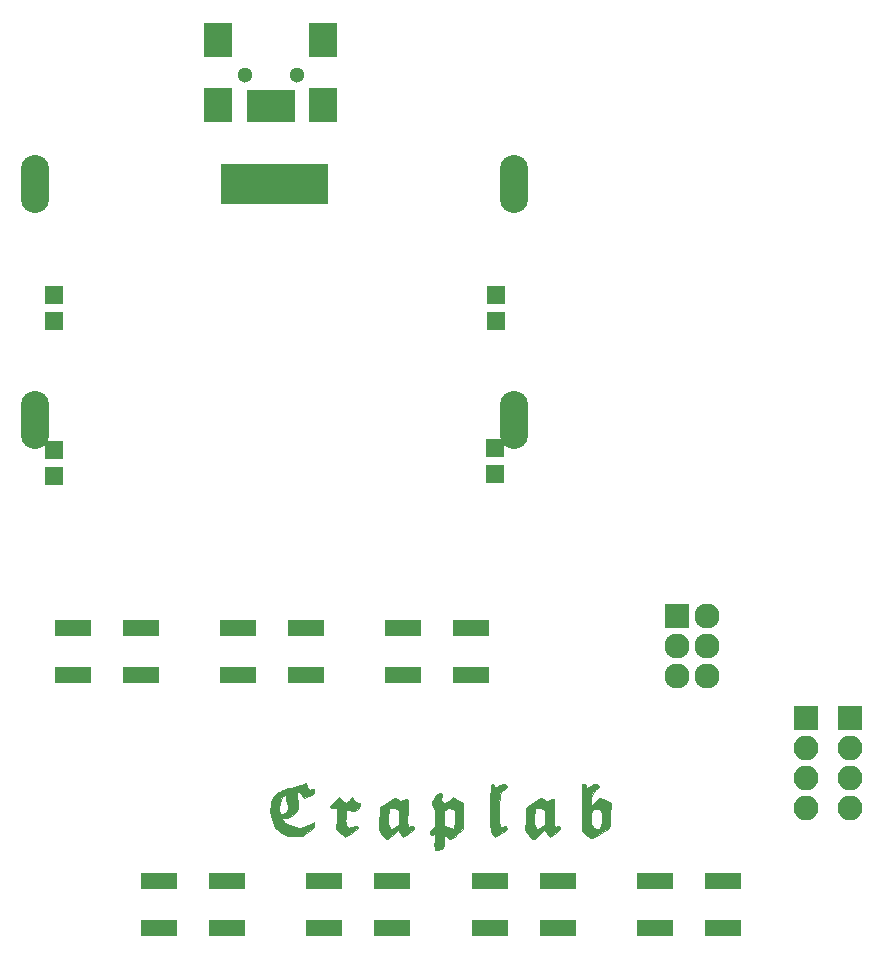
<source format=gts>
G04 #@! TF.FileFunction,Soldermask,Top*
%FSLAX46Y46*%
G04 Gerber Fmt 4.6, Leading zero omitted, Abs format (unit mm)*
G04 Created by KiCad (PCBNEW 4.0.7-e1-6374~58~ubuntu16.04.1) date Thu Aug 10 00:10:15 2017*
%MOMM*%
%LPD*%
G01*
G04 APERTURE LIST*
%ADD10C,0.100000*%
%ADD11C,0.010000*%
%ADD12C,1.900000*%
%ADD13O,2.400000X4.900000*%
%ADD14R,1.000000X3.400000*%
%ADD15R,0.900000X2.700000*%
%ADD16R,2.400000X2.900000*%
%ADD17C,1.300000*%
%ADD18R,1.600000X1.600000*%
%ADD19R,2.100000X2.100000*%
%ADD20O,2.100000X2.100000*%
%ADD21R,3.150000X1.400000*%
%ADD22R,2.127200X2.127200*%
%ADD23O,2.127200X2.127200*%
G04 APERTURE END LIST*
D10*
D11*
G36*
X150281686Y-124702177D02*
X150304912Y-124714220D01*
X150420703Y-124806421D01*
X150393091Y-124895280D01*
X150392396Y-124895978D01*
X150310178Y-125077662D01*
X150341753Y-125294996D01*
X150458056Y-125463362D01*
X150551982Y-125535461D01*
X150641241Y-125543846D01*
X150768792Y-125476867D01*
X150977598Y-125322877D01*
X150978378Y-125322281D01*
X151345144Y-125042235D01*
X151624573Y-125231860D01*
X151840056Y-125364771D01*
X152027351Y-125458792D01*
X152062624Y-125471831D01*
X152125231Y-125500492D01*
X152167865Y-125556803D01*
X152193444Y-125666306D01*
X152204886Y-125854543D01*
X152205110Y-126147053D01*
X152197034Y-126569379D01*
X152195529Y-126635034D01*
X152169812Y-127747892D01*
X151693562Y-128173707D01*
X151463416Y-128372745D01*
X151275836Y-128522574D01*
X151163531Y-128597434D01*
X151150457Y-128601448D01*
X151047058Y-128557979D01*
X150888896Y-128450186D01*
X150881784Y-128444625D01*
X150722053Y-128334260D01*
X150613680Y-128285961D01*
X150611295Y-128285875D01*
X150575878Y-128358170D01*
X150551081Y-128546882D01*
X150542625Y-128787111D01*
X150538696Y-129061503D01*
X150513242Y-129223557D01*
X150445763Y-129319684D01*
X150315758Y-129396292D01*
X150262119Y-129422111D01*
X150021235Y-129525008D01*
X149879459Y-129545906D01*
X149800617Y-129485873D01*
X149777416Y-129436390D01*
X149758902Y-129302169D01*
X149752696Y-129059326D01*
X149759901Y-128757593D01*
X149761606Y-128722015D01*
X149773410Y-128397516D01*
X149764665Y-128210696D01*
X149729757Y-128141190D01*
X149663070Y-128168628D01*
X149619999Y-128208375D01*
X149511784Y-128228721D01*
X149406640Y-128143647D01*
X149336044Y-128047815D01*
X149342691Y-127960599D01*
X149442115Y-127837536D01*
X149551390Y-127729326D01*
X149686157Y-127592302D01*
X149768073Y-127472491D01*
X149810292Y-127325333D01*
X149825966Y-127106270D01*
X149828165Y-126803072D01*
X150542625Y-126803072D01*
X150542625Y-127459318D01*
X150879968Y-127588939D01*
X151147824Y-127684677D01*
X151306017Y-127710214D01*
X151390411Y-127658782D01*
X151436871Y-127523611D01*
X151445515Y-127482203D01*
X151471393Y-127272446D01*
X151489342Y-126973369D01*
X151495125Y-126690491D01*
X151491157Y-126400960D01*
X151468914Y-126226728D01*
X151412888Y-126124369D01*
X151307572Y-126050457D01*
X151257000Y-126023687D01*
X151074048Y-125946646D01*
X150927865Y-125956810D01*
X150780750Y-126023687D01*
X150664075Y-126090264D01*
X150593527Y-126166786D01*
X150557504Y-126291227D01*
X150544404Y-126501556D01*
X150542625Y-126803072D01*
X149828165Y-126803072D01*
X149828250Y-126791391D01*
X149819932Y-126424508D01*
X149789373Y-126168474D01*
X149728164Y-125975994D01*
X149661136Y-125851405D01*
X149563061Y-125631743D01*
X149565468Y-125420151D01*
X149677085Y-125181895D01*
X149903903Y-124885461D01*
X150055588Y-124723734D01*
X150164855Y-124669754D01*
X150281686Y-124702177D01*
X150281686Y-124702177D01*
G37*
X150281686Y-124702177D02*
X150304912Y-124714220D01*
X150420703Y-124806421D01*
X150393091Y-124895280D01*
X150392396Y-124895978D01*
X150310178Y-125077662D01*
X150341753Y-125294996D01*
X150458056Y-125463362D01*
X150551982Y-125535461D01*
X150641241Y-125543846D01*
X150768792Y-125476867D01*
X150977598Y-125322877D01*
X150978378Y-125322281D01*
X151345144Y-125042235D01*
X151624573Y-125231860D01*
X151840056Y-125364771D01*
X152027351Y-125458792D01*
X152062624Y-125471831D01*
X152125231Y-125500492D01*
X152167865Y-125556803D01*
X152193444Y-125666306D01*
X152204886Y-125854543D01*
X152205110Y-126147053D01*
X152197034Y-126569379D01*
X152195529Y-126635034D01*
X152169812Y-127747892D01*
X151693562Y-128173707D01*
X151463416Y-128372745D01*
X151275836Y-128522574D01*
X151163531Y-128597434D01*
X151150457Y-128601448D01*
X151047058Y-128557979D01*
X150888896Y-128450186D01*
X150881784Y-128444625D01*
X150722053Y-128334260D01*
X150613680Y-128285961D01*
X150611295Y-128285875D01*
X150575878Y-128358170D01*
X150551081Y-128546882D01*
X150542625Y-128787111D01*
X150538696Y-129061503D01*
X150513242Y-129223557D01*
X150445763Y-129319684D01*
X150315758Y-129396292D01*
X150262119Y-129422111D01*
X150021235Y-129525008D01*
X149879459Y-129545906D01*
X149800617Y-129485873D01*
X149777416Y-129436390D01*
X149758902Y-129302169D01*
X149752696Y-129059326D01*
X149759901Y-128757593D01*
X149761606Y-128722015D01*
X149773410Y-128397516D01*
X149764665Y-128210696D01*
X149729757Y-128141190D01*
X149663070Y-128168628D01*
X149619999Y-128208375D01*
X149511784Y-128228721D01*
X149406640Y-128143647D01*
X149336044Y-128047815D01*
X149342691Y-127960599D01*
X149442115Y-127837536D01*
X149551390Y-127729326D01*
X149686157Y-127592302D01*
X149768073Y-127472491D01*
X149810292Y-127325333D01*
X149825966Y-127106270D01*
X149828165Y-126803072D01*
X150542625Y-126803072D01*
X150542625Y-127459318D01*
X150879968Y-127588939D01*
X151147824Y-127684677D01*
X151306017Y-127710214D01*
X151390411Y-127658782D01*
X151436871Y-127523611D01*
X151445515Y-127482203D01*
X151471393Y-127272446D01*
X151489342Y-126973369D01*
X151495125Y-126690491D01*
X151491157Y-126400960D01*
X151468914Y-126226728D01*
X151412888Y-126124369D01*
X151307572Y-126050457D01*
X151257000Y-126023687D01*
X151074048Y-125946646D01*
X150927865Y-125956810D01*
X150780750Y-126023687D01*
X150664075Y-126090264D01*
X150593527Y-126166786D01*
X150557504Y-126291227D01*
X150544404Y-126501556D01*
X150542625Y-126803072D01*
X149828165Y-126803072D01*
X149828250Y-126791391D01*
X149819932Y-126424508D01*
X149789373Y-126168474D01*
X149728164Y-125975994D01*
X149661136Y-125851405D01*
X149563061Y-125631743D01*
X149565468Y-125420151D01*
X149677085Y-125181895D01*
X149903903Y-124885461D01*
X150055588Y-124723734D01*
X150164855Y-124669754D01*
X150281686Y-124702177D01*
G36*
X146645485Y-125219737D02*
X146830054Y-125317044D01*
X146957535Y-125332237D01*
X147104408Y-125268998D01*
X147148606Y-125243957D01*
X147325686Y-125164846D01*
X147445863Y-125150775D01*
X147452376Y-125153885D01*
X147475424Y-125245326D01*
X147488783Y-125465868D01*
X147491748Y-125786117D01*
X147483610Y-126176679D01*
X147479619Y-126285320D01*
X147464360Y-126784804D01*
X147467124Y-127143239D01*
X147491726Y-127377692D01*
X147541982Y-127505227D01*
X147621709Y-127542909D01*
X147734721Y-127507803D01*
X147751072Y-127499311D01*
X147891257Y-127454892D01*
X147982158Y-127534938D01*
X147999621Y-127565887D01*
X148027853Y-127659659D01*
X147987222Y-127753833D01*
X147855472Y-127877369D01*
X147632844Y-128043146D01*
X147400104Y-128203706D01*
X147216560Y-128319114D01*
X147120753Y-128365190D01*
X147119439Y-128365250D01*
X147039175Y-128305473D01*
X146915363Y-128155964D01*
X146870846Y-128092995D01*
X146685845Y-127820741D01*
X146252828Y-128208621D01*
X146029787Y-128398660D01*
X145845529Y-128538008D01*
X145736700Y-128599173D01*
X145731212Y-128599938D01*
X145638483Y-128543748D01*
X145487865Y-128394416D01*
X145345932Y-128226343D01*
X145049253Y-127849312D01*
X145085971Y-126990993D01*
X145800218Y-126990993D01*
X145832705Y-127269564D01*
X145888436Y-127438948D01*
X145977251Y-127622943D01*
X146049116Y-127723739D01*
X146062923Y-127730250D01*
X146158529Y-127694502D01*
X146337523Y-127604435D01*
X146424161Y-127556883D01*
X146732625Y-127383517D01*
X146732625Y-126082221D01*
X146362930Y-125989130D01*
X146145205Y-125942478D01*
X146003969Y-125951519D01*
X145917876Y-126041014D01*
X145865583Y-126235726D01*
X145825745Y-126560416D01*
X145819788Y-126619234D01*
X145800218Y-126990993D01*
X145085971Y-126990993D01*
X145088303Y-126936500D01*
X145108033Y-126562346D01*
X145131923Y-126240186D01*
X145156791Y-126007013D01*
X145177034Y-125904625D01*
X145263917Y-125809703D01*
X145452003Y-125660685D01*
X145706100Y-125484693D01*
X145801077Y-125423657D01*
X146375437Y-125061752D01*
X146645485Y-125219737D01*
X146645485Y-125219737D01*
G37*
X146645485Y-125219737D02*
X146830054Y-125317044D01*
X146957535Y-125332237D01*
X147104408Y-125268998D01*
X147148606Y-125243957D01*
X147325686Y-125164846D01*
X147445863Y-125150775D01*
X147452376Y-125153885D01*
X147475424Y-125245326D01*
X147488783Y-125465868D01*
X147491748Y-125786117D01*
X147483610Y-126176679D01*
X147479619Y-126285320D01*
X147464360Y-126784804D01*
X147467124Y-127143239D01*
X147491726Y-127377692D01*
X147541982Y-127505227D01*
X147621709Y-127542909D01*
X147734721Y-127507803D01*
X147751072Y-127499311D01*
X147891257Y-127454892D01*
X147982158Y-127534938D01*
X147999621Y-127565887D01*
X148027853Y-127659659D01*
X147987222Y-127753833D01*
X147855472Y-127877369D01*
X147632844Y-128043146D01*
X147400104Y-128203706D01*
X147216560Y-128319114D01*
X147120753Y-128365190D01*
X147119439Y-128365250D01*
X147039175Y-128305473D01*
X146915363Y-128155964D01*
X146870846Y-128092995D01*
X146685845Y-127820741D01*
X146252828Y-128208621D01*
X146029787Y-128398660D01*
X145845529Y-128538008D01*
X145736700Y-128599173D01*
X145731212Y-128599938D01*
X145638483Y-128543748D01*
X145487865Y-128394416D01*
X145345932Y-128226343D01*
X145049253Y-127849312D01*
X145085971Y-126990993D01*
X145800218Y-126990993D01*
X145832705Y-127269564D01*
X145888436Y-127438948D01*
X145977251Y-127622943D01*
X146049116Y-127723739D01*
X146062923Y-127730250D01*
X146158529Y-127694502D01*
X146337523Y-127604435D01*
X146424161Y-127556883D01*
X146732625Y-127383517D01*
X146732625Y-126082221D01*
X146362930Y-125989130D01*
X146145205Y-125942478D01*
X146003969Y-125951519D01*
X145917876Y-126041014D01*
X145865583Y-126235726D01*
X145825745Y-126560416D01*
X145819788Y-126619234D01*
X145800218Y-126990993D01*
X145085971Y-126990993D01*
X145088303Y-126936500D01*
X145108033Y-126562346D01*
X145131923Y-126240186D01*
X145156791Y-126007013D01*
X145177034Y-125904625D01*
X145263917Y-125809703D01*
X145452003Y-125660685D01*
X145706100Y-125484693D01*
X145801077Y-125423657D01*
X146375437Y-125061752D01*
X146645485Y-125219737D01*
G36*
X159027985Y-125219737D02*
X159212554Y-125317044D01*
X159340035Y-125332237D01*
X159486908Y-125268998D01*
X159531106Y-125243957D01*
X159708186Y-125164846D01*
X159828363Y-125150775D01*
X159834876Y-125153885D01*
X159857924Y-125245326D01*
X159871283Y-125465868D01*
X159874248Y-125786117D01*
X159866110Y-126176679D01*
X159862119Y-126285320D01*
X159846860Y-126784804D01*
X159849624Y-127143239D01*
X159874226Y-127377692D01*
X159924482Y-127505227D01*
X160004209Y-127542909D01*
X160117221Y-127507803D01*
X160133572Y-127499311D01*
X160273757Y-127454892D01*
X160364658Y-127534938D01*
X160382121Y-127565887D01*
X160410353Y-127659659D01*
X160369722Y-127753833D01*
X160237972Y-127877369D01*
X160015344Y-128043146D01*
X159782604Y-128203706D01*
X159599060Y-128319114D01*
X159503253Y-128365190D01*
X159501939Y-128365250D01*
X159421675Y-128305473D01*
X159297863Y-128155964D01*
X159253346Y-128092995D01*
X159068345Y-127820741D01*
X158635328Y-128208621D01*
X158412287Y-128398660D01*
X158228029Y-128538008D01*
X158119200Y-128599173D01*
X158113712Y-128599938D01*
X158020983Y-128543748D01*
X157870365Y-128394416D01*
X157728432Y-128226343D01*
X157431753Y-127849312D01*
X157468471Y-126990993D01*
X158182718Y-126990993D01*
X158215205Y-127269564D01*
X158270936Y-127438948D01*
X158359751Y-127622943D01*
X158431616Y-127723739D01*
X158445423Y-127730250D01*
X158541029Y-127694502D01*
X158720023Y-127604435D01*
X158806661Y-127556883D01*
X159115125Y-127383517D01*
X159115125Y-126082221D01*
X158745430Y-125989130D01*
X158527705Y-125942478D01*
X158386469Y-125951519D01*
X158300376Y-126041014D01*
X158248083Y-126235726D01*
X158208245Y-126560416D01*
X158202288Y-126619234D01*
X158182718Y-126990993D01*
X157468471Y-126990993D01*
X157470803Y-126936500D01*
X157490533Y-126562346D01*
X157514423Y-126240186D01*
X157539291Y-126007013D01*
X157559534Y-125904625D01*
X157646417Y-125809703D01*
X157834503Y-125660685D01*
X158088600Y-125484693D01*
X158183577Y-125423657D01*
X158757937Y-125061752D01*
X159027985Y-125219737D01*
X159027985Y-125219737D01*
G37*
X159027985Y-125219737D02*
X159212554Y-125317044D01*
X159340035Y-125332237D01*
X159486908Y-125268998D01*
X159531106Y-125243957D01*
X159708186Y-125164846D01*
X159828363Y-125150775D01*
X159834876Y-125153885D01*
X159857924Y-125245326D01*
X159871283Y-125465868D01*
X159874248Y-125786117D01*
X159866110Y-126176679D01*
X159862119Y-126285320D01*
X159846860Y-126784804D01*
X159849624Y-127143239D01*
X159874226Y-127377692D01*
X159924482Y-127505227D01*
X160004209Y-127542909D01*
X160117221Y-127507803D01*
X160133572Y-127499311D01*
X160273757Y-127454892D01*
X160364658Y-127534938D01*
X160382121Y-127565887D01*
X160410353Y-127659659D01*
X160369722Y-127753833D01*
X160237972Y-127877369D01*
X160015344Y-128043146D01*
X159782604Y-128203706D01*
X159599060Y-128319114D01*
X159503253Y-128365190D01*
X159501939Y-128365250D01*
X159421675Y-128305473D01*
X159297863Y-128155964D01*
X159253346Y-128092995D01*
X159068345Y-127820741D01*
X158635328Y-128208621D01*
X158412287Y-128398660D01*
X158228029Y-128538008D01*
X158119200Y-128599173D01*
X158113712Y-128599938D01*
X158020983Y-128543748D01*
X157870365Y-128394416D01*
X157728432Y-128226343D01*
X157431753Y-127849312D01*
X157468471Y-126990993D01*
X158182718Y-126990993D01*
X158215205Y-127269564D01*
X158270936Y-127438948D01*
X158359751Y-127622943D01*
X158431616Y-127723739D01*
X158445423Y-127730250D01*
X158541029Y-127694502D01*
X158720023Y-127604435D01*
X158806661Y-127556883D01*
X159115125Y-127383517D01*
X159115125Y-126082221D01*
X158745430Y-125989130D01*
X158527705Y-125942478D01*
X158386469Y-125951519D01*
X158300376Y-126041014D01*
X158248083Y-126235726D01*
X158208245Y-126560416D01*
X158202288Y-126619234D01*
X158182718Y-126990993D01*
X157468471Y-126990993D01*
X157470803Y-126936500D01*
X157490533Y-126562346D01*
X157514423Y-126240186D01*
X157539291Y-126007013D01*
X157559534Y-125904625D01*
X157646417Y-125809703D01*
X157834503Y-125660685D01*
X158088600Y-125484693D01*
X158183577Y-125423657D01*
X158757937Y-125061752D01*
X159027985Y-125219737D01*
G36*
X162429031Y-123920245D02*
X162574074Y-123966320D01*
X162607625Y-124079000D01*
X162615703Y-124189531D01*
X162662629Y-124225978D01*
X162782437Y-124188342D01*
X163004500Y-124079000D01*
X163274469Y-123958421D01*
X163455902Y-123927862D01*
X163588034Y-123983130D01*
X163621241Y-124013116D01*
X163650280Y-124098576D01*
X163572446Y-124219227D01*
X163433708Y-124350460D01*
X163184423Y-124661483D01*
X163043975Y-125071144D01*
X163006393Y-125492631D01*
X163004500Y-125755324D01*
X163804946Y-125080378D01*
X164243965Y-125313907D01*
X164682984Y-125547437D01*
X164657336Y-126566527D01*
X164644939Y-126988389D01*
X164629181Y-127281089D01*
X164604739Y-127474205D01*
X164566292Y-127597314D01*
X164508515Y-127679992D01*
X164447038Y-127735091D01*
X164294229Y-127841712D01*
X164061012Y-127985671D01*
X163785633Y-128145613D01*
X163506337Y-128300187D01*
X163261369Y-128428040D01*
X163088975Y-128507818D01*
X163034415Y-128523785D01*
X162940847Y-128475480D01*
X162771081Y-128350803D01*
X162616306Y-128223041D01*
X162267799Y-127922511D01*
X162264227Y-127098924D01*
X163012505Y-127098924D01*
X163023989Y-127293974D01*
X163068367Y-127421114D01*
X163158375Y-127525677D01*
X163250045Y-127605251D01*
X163482294Y-127759267D01*
X163656125Y-127769291D01*
X163788118Y-127631243D01*
X163861038Y-127455000D01*
X163912717Y-127203356D01*
X163940390Y-126875959D01*
X163940413Y-126624269D01*
X163923079Y-126343097D01*
X163891124Y-126178990D01*
X163827306Y-126090285D01*
X163714383Y-126035321D01*
X163693627Y-126027930D01*
X163460057Y-125994077D01*
X163257065Y-126068751D01*
X163147816Y-126141891D01*
X163081844Y-126236759D01*
X163045935Y-126393790D01*
X163026876Y-126653421D01*
X163021179Y-126790631D01*
X163012505Y-127098924D01*
X162264227Y-127098924D01*
X162259118Y-125921376D01*
X162250437Y-123920240D01*
X162429031Y-123920245D01*
X162429031Y-123920245D01*
G37*
X162429031Y-123920245D02*
X162574074Y-123966320D01*
X162607625Y-124079000D01*
X162615703Y-124189531D01*
X162662629Y-124225978D01*
X162782437Y-124188342D01*
X163004500Y-124079000D01*
X163274469Y-123958421D01*
X163455902Y-123927862D01*
X163588034Y-123983130D01*
X163621241Y-124013116D01*
X163650280Y-124098576D01*
X163572446Y-124219227D01*
X163433708Y-124350460D01*
X163184423Y-124661483D01*
X163043975Y-125071144D01*
X163006393Y-125492631D01*
X163004500Y-125755324D01*
X163804946Y-125080378D01*
X164243965Y-125313907D01*
X164682984Y-125547437D01*
X164657336Y-126566527D01*
X164644939Y-126988389D01*
X164629181Y-127281089D01*
X164604739Y-127474205D01*
X164566292Y-127597314D01*
X164508515Y-127679992D01*
X164447038Y-127735091D01*
X164294229Y-127841712D01*
X164061012Y-127985671D01*
X163785633Y-128145613D01*
X163506337Y-128300187D01*
X163261369Y-128428040D01*
X163088975Y-128507818D01*
X163034415Y-128523785D01*
X162940847Y-128475480D01*
X162771081Y-128350803D01*
X162616306Y-128223041D01*
X162267799Y-127922511D01*
X162264227Y-127098924D01*
X163012505Y-127098924D01*
X163023989Y-127293974D01*
X163068367Y-127421114D01*
X163158375Y-127525677D01*
X163250045Y-127605251D01*
X163482294Y-127759267D01*
X163656125Y-127769291D01*
X163788118Y-127631243D01*
X163861038Y-127455000D01*
X163912717Y-127203356D01*
X163940390Y-126875959D01*
X163940413Y-126624269D01*
X163923079Y-126343097D01*
X163891124Y-126178990D01*
X163827306Y-126090285D01*
X163714383Y-126035321D01*
X163693627Y-126027930D01*
X163460057Y-125994077D01*
X163257065Y-126068751D01*
X163147816Y-126141891D01*
X163081844Y-126236759D01*
X163045935Y-126393790D01*
X163026876Y-126653421D01*
X163021179Y-126790631D01*
X163012505Y-127098924D01*
X162264227Y-127098924D01*
X162259118Y-125921376D01*
X162250437Y-123920240D01*
X162429031Y-123920245D01*
G36*
X138995229Y-124134921D02*
X139088352Y-124317812D01*
X139193140Y-124386002D01*
X139350480Y-124379608D01*
X139517778Y-124371072D01*
X139580650Y-124438993D01*
X139588875Y-124556104D01*
X139570761Y-124682084D01*
X139492758Y-124772458D01*
X139319375Y-124856126D01*
X139143020Y-124919140D01*
X138697166Y-125070691D01*
X138430435Y-124762128D01*
X138250905Y-124584623D01*
X138140831Y-124548742D01*
X138099578Y-124655122D01*
X138126511Y-124904396D01*
X138154796Y-125038043D01*
X138235065Y-125565278D01*
X138202239Y-125987679D01*
X138049675Y-126318181D01*
X137770727Y-126569719D01*
X137358754Y-126755229D01*
X137256821Y-126786405D01*
X137042728Y-126812066D01*
X136874933Y-126728123D01*
X136861919Y-126716971D01*
X136764517Y-126635124D01*
X136747409Y-126644252D01*
X136809866Y-126763928D01*
X136857047Y-126847284D01*
X137134336Y-127178654D01*
X137534085Y-127425977D01*
X138029894Y-127576153D01*
X138280339Y-127615977D01*
X138469123Y-127617261D01*
X138657638Y-127570061D01*
X138907274Y-127464431D01*
X139007772Y-127417752D01*
X139265451Y-127299016D01*
X139460892Y-127212424D01*
X139555549Y-127175007D01*
X139558099Y-127174625D01*
X139580421Y-127243311D01*
X139588875Y-127393837D01*
X139564648Y-127525650D01*
X139475093Y-127658025D01*
X139294894Y-127820019D01*
X139070281Y-127989150D01*
X138803308Y-128177240D01*
X138607655Y-128288917D01*
X138428171Y-128343721D01*
X138209705Y-128361190D01*
X138018562Y-128361766D01*
X137689286Y-128343576D01*
X137377146Y-128299918D01*
X137188502Y-128252304D01*
X136779639Y-128065864D01*
X136465298Y-127817209D01*
X136293406Y-127616399D01*
X136049221Y-127176741D01*
X135904746Y-126653198D01*
X135865559Y-126089722D01*
X135891809Y-125884849D01*
X136618759Y-125884849D01*
X136630421Y-126162593D01*
X136682107Y-126371776D01*
X136784982Y-126451716D01*
X136970069Y-126416327D01*
X137086730Y-126367266D01*
X137261892Y-126232160D01*
X137340888Y-126017198D01*
X137328749Y-125700470D01*
X137288322Y-125489307D01*
X137211604Y-125150430D01*
X137158024Y-124943730D01*
X137112729Y-124847248D01*
X137060863Y-124839025D01*
X136987573Y-124897103D01*
X136926830Y-124954926D01*
X136774013Y-125184016D01*
X136666743Y-125512652D01*
X136618759Y-125884849D01*
X135891809Y-125884849D01*
X135937242Y-125530260D01*
X136000630Y-125310325D01*
X136085053Y-125097616D01*
X136190004Y-124939164D01*
X136352967Y-124794634D01*
X136611421Y-124623693D01*
X136675205Y-124584417D01*
X136946170Y-124432654D01*
X137178922Y-124327575D01*
X137331163Y-124287665D01*
X137349893Y-124289529D01*
X137502493Y-124284647D01*
X137731639Y-124231677D01*
X137842625Y-124195171D01*
X138150531Y-124087683D01*
X138469266Y-123982434D01*
X138539093Y-123960450D01*
X138878374Y-123855245D01*
X138995229Y-124134921D01*
X138995229Y-124134921D01*
G37*
X138995229Y-124134921D02*
X139088352Y-124317812D01*
X139193140Y-124386002D01*
X139350480Y-124379608D01*
X139517778Y-124371072D01*
X139580650Y-124438993D01*
X139588875Y-124556104D01*
X139570761Y-124682084D01*
X139492758Y-124772458D01*
X139319375Y-124856126D01*
X139143020Y-124919140D01*
X138697166Y-125070691D01*
X138430435Y-124762128D01*
X138250905Y-124584623D01*
X138140831Y-124548742D01*
X138099578Y-124655122D01*
X138126511Y-124904396D01*
X138154796Y-125038043D01*
X138235065Y-125565278D01*
X138202239Y-125987679D01*
X138049675Y-126318181D01*
X137770727Y-126569719D01*
X137358754Y-126755229D01*
X137256821Y-126786405D01*
X137042728Y-126812066D01*
X136874933Y-126728123D01*
X136861919Y-126716971D01*
X136764517Y-126635124D01*
X136747409Y-126644252D01*
X136809866Y-126763928D01*
X136857047Y-126847284D01*
X137134336Y-127178654D01*
X137534085Y-127425977D01*
X138029894Y-127576153D01*
X138280339Y-127615977D01*
X138469123Y-127617261D01*
X138657638Y-127570061D01*
X138907274Y-127464431D01*
X139007772Y-127417752D01*
X139265451Y-127299016D01*
X139460892Y-127212424D01*
X139555549Y-127175007D01*
X139558099Y-127174625D01*
X139580421Y-127243311D01*
X139588875Y-127393837D01*
X139564648Y-127525650D01*
X139475093Y-127658025D01*
X139294894Y-127820019D01*
X139070281Y-127989150D01*
X138803308Y-128177240D01*
X138607655Y-128288917D01*
X138428171Y-128343721D01*
X138209705Y-128361190D01*
X138018562Y-128361766D01*
X137689286Y-128343576D01*
X137377146Y-128299918D01*
X137188502Y-128252304D01*
X136779639Y-128065864D01*
X136465298Y-127817209D01*
X136293406Y-127616399D01*
X136049221Y-127176741D01*
X135904746Y-126653198D01*
X135865559Y-126089722D01*
X135891809Y-125884849D01*
X136618759Y-125884849D01*
X136630421Y-126162593D01*
X136682107Y-126371776D01*
X136784982Y-126451716D01*
X136970069Y-126416327D01*
X137086730Y-126367266D01*
X137261892Y-126232160D01*
X137340888Y-126017198D01*
X137328749Y-125700470D01*
X137288322Y-125489307D01*
X137211604Y-125150430D01*
X137158024Y-124943730D01*
X137112729Y-124847248D01*
X137060863Y-124839025D01*
X136987573Y-124897103D01*
X136926830Y-124954926D01*
X136774013Y-125184016D01*
X136666743Y-125512652D01*
X136618759Y-125884849D01*
X135891809Y-125884849D01*
X135937242Y-125530260D01*
X136000630Y-125310325D01*
X136085053Y-125097616D01*
X136190004Y-124939164D01*
X136352967Y-124794634D01*
X136611421Y-124623693D01*
X136675205Y-124584417D01*
X136946170Y-124432654D01*
X137178922Y-124327575D01*
X137331163Y-124287665D01*
X137349893Y-124289529D01*
X137502493Y-124284647D01*
X137731639Y-124231677D01*
X137842625Y-124195171D01*
X138150531Y-124087683D01*
X138469266Y-123982434D01*
X138539093Y-123960450D01*
X138878374Y-123855245D01*
X138995229Y-124134921D01*
G36*
X141929982Y-125269183D02*
X142099000Y-125416277D01*
X142228903Y-125500229D01*
X142256709Y-125507750D01*
X142358210Y-125454910D01*
X142512287Y-125323206D01*
X142561363Y-125273877D01*
X142785427Y-125040005D01*
X142957531Y-125293721D01*
X143124492Y-125478045D01*
X143291587Y-125524084D01*
X143303942Y-125522604D01*
X143443647Y-125547430D01*
X143476465Y-125658669D01*
X143405685Y-125828442D01*
X143245412Y-126018622D01*
X143049825Y-126169656D01*
X142870705Y-126208337D01*
X142789005Y-126197829D01*
X142515818Y-126144491D01*
X142353411Y-126135622D01*
X142271401Y-126198576D01*
X142239404Y-126360706D01*
X142227034Y-126649365D01*
X142224982Y-126705582D01*
X142219811Y-127036707D01*
X142239919Y-127255053D01*
X142292728Y-127405586D01*
X142355825Y-127498035D01*
X142461282Y-127615416D01*
X142555109Y-127645804D01*
X142700133Y-127596398D01*
X142800950Y-127549043D01*
X143046442Y-127459166D01*
X143188156Y-127479212D01*
X143239409Y-127611909D01*
X143240125Y-127639067D01*
X143170117Y-127757747D01*
X142973304Y-127920278D01*
X142737018Y-128070945D01*
X142485379Y-128214110D01*
X142288214Y-128318797D01*
X142184051Y-128364664D01*
X142179620Y-128365250D01*
X142096477Y-128315520D01*
X141937075Y-128186755D01*
X141783715Y-128050362D01*
X141442102Y-127735475D01*
X141478184Y-126859737D01*
X141514266Y-125984000D01*
X141285789Y-125982784D01*
X141075020Y-125954621D01*
X140938250Y-125900666D01*
X140895351Y-125840782D01*
X140931394Y-125749740D01*
X141062304Y-125603369D01*
X141251515Y-125425190D01*
X141683844Y-125030617D01*
X141929982Y-125269183D01*
X141929982Y-125269183D01*
G37*
X141929982Y-125269183D02*
X142099000Y-125416277D01*
X142228903Y-125500229D01*
X142256709Y-125507750D01*
X142358210Y-125454910D01*
X142512287Y-125323206D01*
X142561363Y-125273877D01*
X142785427Y-125040005D01*
X142957531Y-125293721D01*
X143124492Y-125478045D01*
X143291587Y-125524084D01*
X143303942Y-125522604D01*
X143443647Y-125547430D01*
X143476465Y-125658669D01*
X143405685Y-125828442D01*
X143245412Y-126018622D01*
X143049825Y-126169656D01*
X142870705Y-126208337D01*
X142789005Y-126197829D01*
X142515818Y-126144491D01*
X142353411Y-126135622D01*
X142271401Y-126198576D01*
X142239404Y-126360706D01*
X142227034Y-126649365D01*
X142224982Y-126705582D01*
X142219811Y-127036707D01*
X142239919Y-127255053D01*
X142292728Y-127405586D01*
X142355825Y-127498035D01*
X142461282Y-127615416D01*
X142555109Y-127645804D01*
X142700133Y-127596398D01*
X142800950Y-127549043D01*
X143046442Y-127459166D01*
X143188156Y-127479212D01*
X143239409Y-127611909D01*
X143240125Y-127639067D01*
X143170117Y-127757747D01*
X142973304Y-127920278D01*
X142737018Y-128070945D01*
X142485379Y-128214110D01*
X142288214Y-128318797D01*
X142184051Y-128364664D01*
X142179620Y-128365250D01*
X142096477Y-128315520D01*
X141937075Y-128186755D01*
X141783715Y-128050362D01*
X141442102Y-127735475D01*
X141478184Y-126859737D01*
X141514266Y-125984000D01*
X141285789Y-125982784D01*
X141075020Y-125954621D01*
X140938250Y-125900666D01*
X140895351Y-125840782D01*
X140931394Y-125749740D01*
X141062304Y-125603369D01*
X141251515Y-125425190D01*
X141683844Y-125030617D01*
X141929982Y-125269183D01*
G36*
X154811514Y-123996195D02*
X154828037Y-124037109D01*
X154905808Y-124241661D01*
X155294640Y-124044625D01*
X155520252Y-123934772D01*
X155652285Y-123894145D01*
X155737738Y-123918215D01*
X155816305Y-123994368D01*
X155893964Y-124099165D01*
X155873659Y-124180659D01*
X155738731Y-124290911D01*
X155716292Y-124306947D01*
X155543731Y-124449763D01*
X155416124Y-124614275D01*
X155327043Y-124825798D01*
X155270055Y-125109646D01*
X155238731Y-125491134D01*
X155226641Y-125995577D01*
X155225750Y-126238089D01*
X155229556Y-126761476D01*
X155244043Y-127142598D01*
X155273815Y-127397826D01*
X155323476Y-127543529D01*
X155397628Y-127596075D01*
X155500875Y-127571836D01*
X155586807Y-127521977D01*
X155721549Y-127448538D01*
X155787424Y-127483447D01*
X155821483Y-127572825D01*
X155853375Y-127714663D01*
X155848153Y-127764174D01*
X155721325Y-127855682D01*
X155524603Y-127986374D01*
X155300745Y-128129289D01*
X155092511Y-128257465D01*
X154942661Y-128343942D01*
X154894870Y-128365250D01*
X154817776Y-128306688D01*
X154695463Y-128161380D01*
X154661691Y-128115281D01*
X154606278Y-128032010D01*
X154563800Y-127943566D01*
X154532596Y-127828958D01*
X154511003Y-127667193D01*
X154497357Y-127437279D01*
X154489995Y-127118223D01*
X154487256Y-126689032D01*
X154487476Y-126128715D01*
X154487893Y-125921177D01*
X154490255Y-125308532D01*
X154495192Y-124835919D01*
X154503941Y-124484627D01*
X154517738Y-124235945D01*
X154537822Y-124071160D01*
X154565428Y-123971560D01*
X154601794Y-123918435D01*
X154621177Y-123904799D01*
X154730470Y-123885747D01*
X154811514Y-123996195D01*
X154811514Y-123996195D01*
G37*
X154811514Y-123996195D02*
X154828037Y-124037109D01*
X154905808Y-124241661D01*
X155294640Y-124044625D01*
X155520252Y-123934772D01*
X155652285Y-123894145D01*
X155737738Y-123918215D01*
X155816305Y-123994368D01*
X155893964Y-124099165D01*
X155873659Y-124180659D01*
X155738731Y-124290911D01*
X155716292Y-124306947D01*
X155543731Y-124449763D01*
X155416124Y-124614275D01*
X155327043Y-124825798D01*
X155270055Y-125109646D01*
X155238731Y-125491134D01*
X155226641Y-125995577D01*
X155225750Y-126238089D01*
X155229556Y-126761476D01*
X155244043Y-127142598D01*
X155273815Y-127397826D01*
X155323476Y-127543529D01*
X155397628Y-127596075D01*
X155500875Y-127571836D01*
X155586807Y-127521977D01*
X155721549Y-127448538D01*
X155787424Y-127483447D01*
X155821483Y-127572825D01*
X155853375Y-127714663D01*
X155848153Y-127764174D01*
X155721325Y-127855682D01*
X155524603Y-127986374D01*
X155300745Y-128129289D01*
X155092511Y-128257465D01*
X154942661Y-128343942D01*
X154894870Y-128365250D01*
X154817776Y-128306688D01*
X154695463Y-128161380D01*
X154661691Y-128115281D01*
X154606278Y-128032010D01*
X154563800Y-127943566D01*
X154532596Y-127828958D01*
X154511003Y-127667193D01*
X154497357Y-127437279D01*
X154489995Y-127118223D01*
X154487256Y-126689032D01*
X154487476Y-126128715D01*
X154487893Y-125921177D01*
X154490255Y-125308532D01*
X154495192Y-124835919D01*
X154503941Y-124484627D01*
X154517738Y-124235945D01*
X154537822Y-124071160D01*
X154565428Y-123971560D01*
X154601794Y-123918435D01*
X154621177Y-123904799D01*
X154730470Y-123885747D01*
X154811514Y-123996195D01*
D12*
X156450000Y-93600000D03*
X156450000Y-92350000D03*
X115950000Y-93850000D03*
X115950000Y-92600000D03*
X115950000Y-94350000D03*
X115950000Y-91850000D03*
X115950000Y-74350000D03*
X115950000Y-73850000D03*
X115950000Y-71850000D03*
X115950000Y-72350000D03*
X156450000Y-94350000D03*
X156450000Y-91850000D03*
X156450000Y-73600000D03*
D13*
X156450000Y-93100000D03*
X115950000Y-93100000D03*
X156450000Y-73100000D03*
X115950000Y-73100000D03*
D14*
X140200000Y-73100000D03*
X139200000Y-73100000D03*
X138200000Y-73100000D03*
X137200000Y-73100000D03*
X132200000Y-73100000D03*
X133200000Y-73100000D03*
X136200000Y-73100000D03*
X135200000Y-73100000D03*
X134200000Y-73100000D03*
D12*
X156450000Y-71850000D03*
X156450000Y-74350000D03*
X156450000Y-72350000D03*
D15*
X137500000Y-66500000D03*
X136700000Y-66500000D03*
X135900000Y-66500000D03*
X135100000Y-66500000D03*
X134300000Y-66500000D03*
D16*
X140350000Y-66400000D03*
X140350000Y-60900000D03*
X131450000Y-66400000D03*
X131450000Y-60900000D03*
D17*
X138100000Y-63900000D03*
X133700000Y-63900000D03*
D18*
X117500000Y-84700000D03*
X117500000Y-82500000D03*
X155000000Y-84700000D03*
X155000000Y-82500000D03*
X117500000Y-97800000D03*
X117500000Y-95600000D03*
X154900000Y-97700000D03*
X154900000Y-95500000D03*
D19*
X184900000Y-118300000D03*
D20*
X184900000Y-120840000D03*
X184900000Y-123380000D03*
X184900000Y-125920000D03*
D21*
X124880000Y-110700000D03*
X119120000Y-110700000D03*
X119120000Y-114700000D03*
X124880000Y-114700000D03*
X138880000Y-110700000D03*
X133120000Y-110700000D03*
X133120000Y-114700000D03*
X138880000Y-114700000D03*
X152880000Y-110700000D03*
X147120000Y-110700000D03*
X147120000Y-114700000D03*
X152880000Y-114700000D03*
X132180000Y-132100000D03*
X126420000Y-132100000D03*
X126420000Y-136100000D03*
X132180000Y-136100000D03*
X146180000Y-132100000D03*
X140420000Y-132100000D03*
X140420000Y-136100000D03*
X146180000Y-136100000D03*
X160180000Y-132100000D03*
X154420000Y-132100000D03*
X154420000Y-136100000D03*
X160180000Y-136100000D03*
X174180000Y-132100000D03*
X168420000Y-132100000D03*
X168420000Y-136100000D03*
X174180000Y-136100000D03*
D22*
X170300000Y-109700000D03*
D23*
X172840000Y-109700000D03*
X170300000Y-112240000D03*
X172840000Y-112240000D03*
X170300000Y-114780000D03*
X172840000Y-114780000D03*
D19*
X181229000Y-118300500D03*
D20*
X181229000Y-120840500D03*
X181229000Y-123380500D03*
X181229000Y-125920500D03*
M02*

</source>
